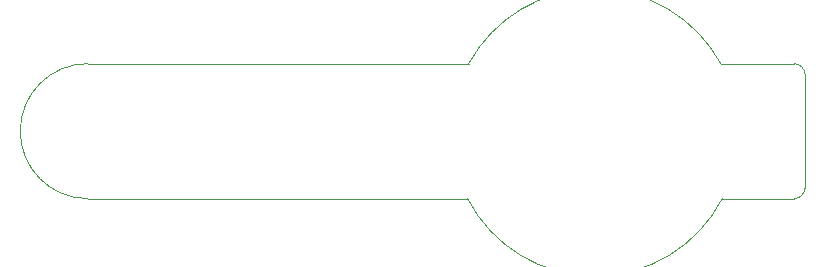
<source format=gm1>
%TF.GenerationSoftware,KiCad,Pcbnew,(6.0.1-0)*%
%TF.CreationDate,2022-02-10T18:49:38-05:00*%
%TF.ProjectId,torch,746f7263-682e-46b6-9963-61645f706362,rev?*%
%TF.SameCoordinates,Original*%
%TF.FileFunction,Profile,NP*%
%FSLAX46Y46*%
G04 Gerber Fmt 4.6, Leading zero omitted, Abs format (unit mm)*
G04 Created by KiCad (PCBNEW (6.0.1-0)) date 2022-02-10 18:49:38*
%MOMM*%
%LPD*%
G01*
G04 APERTURE LIST*
%TA.AperFunction,Profile*%
%ADD10C,0.100000*%
%TD*%
G04 APERTURE END LIST*
D10*
X184531000Y-81788000D02*
X178435000Y-81788000D01*
X124714000Y-81788000D02*
X156872217Y-81788000D01*
X184531000Y-70358000D02*
X178308000Y-70358000D01*
X184531000Y-81788000D02*
G75*
G03*
X185420000Y-80899000I0J889000D01*
G01*
X185420000Y-80899000D02*
X185420000Y-71247000D01*
X156872218Y-81787999D02*
G75*
G03*
X178435000Y-81788000I10781391J5580957D01*
G01*
X124714000Y-70358000D02*
G75*
G03*
X124714000Y-81788000I0J-5715000D01*
G01*
X156972000Y-70358000D02*
X124714000Y-70358000D01*
X178308000Y-70358000D02*
G75*
G03*
X156972000Y-70358000I-10668000J-5842000D01*
G01*
X185420000Y-71247000D02*
G75*
G03*
X184531000Y-70358000I-889000J0D01*
G01*
M02*

</source>
